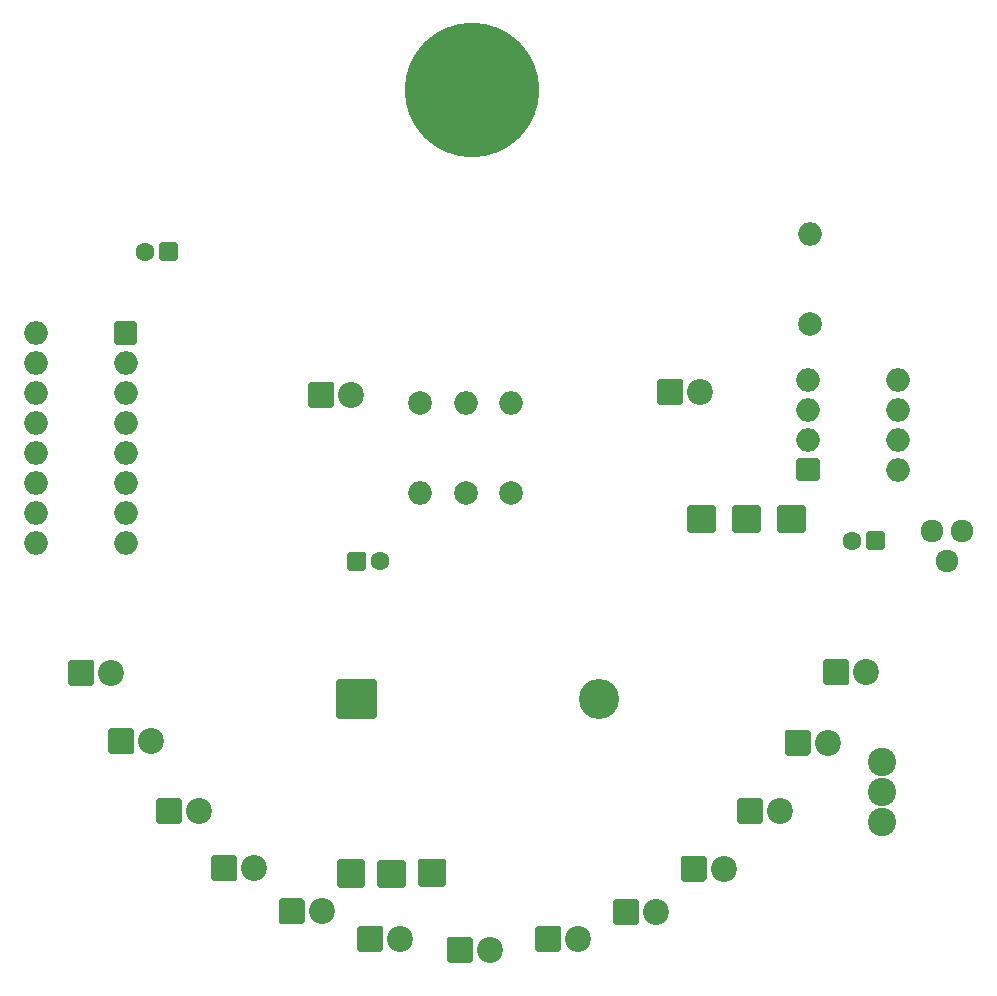
<source format=gbr>
%TF.GenerationSoftware,KiCad,Pcbnew,(5.1.9)-1*%
%TF.CreationDate,2021-04-30T09:58:52+02:00*%
%TF.ProjectId,Smiley2,536d696c-6579-4322-9e6b-696361645f70,rev?*%
%TF.SameCoordinates,Original*%
%TF.FileFunction,Soldermask,Bot*%
%TF.FilePolarity,Negative*%
%FSLAX46Y46*%
G04 Gerber Fmt 4.6, Leading zero omitted, Abs format (unit mm)*
G04 Created by KiCad (PCBNEW (5.1.9)-1) date 2021-04-30 09:58:52*
%MOMM*%
%LPD*%
G01*
G04 APERTURE LIST*
%ADD10C,11.400000*%
%ADD11C,1.600000*%
%ADD12C,2.200000*%
%ADD13O,2.000000X2.000000*%
%ADD14C,2.000000*%
%ADD15C,2.400000*%
%ADD16C,3.400000*%
%ADD17C,1.924000*%
G04 APERTURE END LIST*
D10*
%TO.C,LP*%
X170000Y39940000D03*
%TD*%
%TO.C,C1*%
G36*
G01*
X35172000Y2408500D02*
X35172000Y1208500D01*
G75*
G02*
X34972000Y1008500I-200000J0D01*
G01*
X33772000Y1008500D01*
G75*
G02*
X33572000Y1208500I0J200000D01*
G01*
X33572000Y2408500D01*
G75*
G02*
X33772000Y2608500I200000J0D01*
G01*
X34972000Y2608500D01*
G75*
G02*
X35172000Y2408500I0J-200000D01*
G01*
G37*
D11*
X32372000Y1808500D03*
%TD*%
%TO.C,C2*%
G36*
G01*
X-10370000Y-506000D02*
X-10370000Y694000D01*
G75*
G02*
X-10170000Y894000I200000J0D01*
G01*
X-8970000Y894000D01*
G75*
G02*
X-8770000Y694000I0J-200000D01*
G01*
X-8770000Y-506000D01*
G75*
G02*
X-8970000Y-706000I-200000J0D01*
G01*
X-10170000Y-706000D01*
G75*
G02*
X-10370000Y-506000I0J200000D01*
G01*
G37*
X-7570000Y94000D03*
%TD*%
%TO.C,C3*%
X-27480000Y26300000D03*
G36*
G01*
X-24680000Y26900000D02*
X-24680000Y25700000D01*
G75*
G02*
X-24880000Y25500000I-200000J0D01*
G01*
X-26080000Y25500000D01*
G75*
G02*
X-26280000Y25700000I0J200000D01*
G01*
X-26280000Y26900000D01*
G75*
G02*
X-26080000Y27100000I200000J0D01*
G01*
X-24880000Y27100000D01*
G75*
G02*
X-24680000Y26900000I0J-200000D01*
G01*
G37*
%TD*%
%TO.C,D1*%
G36*
G01*
X-1950000Y-33720000D02*
X-1950000Y-31920000D01*
G75*
G02*
X-1750000Y-31720000I200000J0D01*
G01*
X50000Y-31720000D01*
G75*
G02*
X250000Y-31920000I0J-200000D01*
G01*
X250000Y-33720000D01*
G75*
G02*
X50000Y-33920000I-200000J0D01*
G01*
X-1750000Y-33920000D01*
G75*
G02*
X-1950000Y-33720000I0J200000D01*
G01*
G37*
D12*
X1690000Y-32820000D03*
%TD*%
%TO.C,D2*%
X9180000Y-31870000D03*
G36*
G01*
X5540000Y-32770000D02*
X5540000Y-30970000D01*
G75*
G02*
X5740000Y-30770000I200000J0D01*
G01*
X7540000Y-30770000D01*
G75*
G02*
X7740000Y-30970000I0J-200000D01*
G01*
X7740000Y-32770000D01*
G75*
G02*
X7540000Y-32970000I-200000J0D01*
G01*
X5740000Y-32970000D01*
G75*
G02*
X5540000Y-32770000I0J200000D01*
G01*
G37*
%TD*%
%TO.C,D3*%
X15770000Y-29610000D03*
G36*
G01*
X12130000Y-30510000D02*
X12130000Y-28710000D01*
G75*
G02*
X12330000Y-28510000I200000J0D01*
G01*
X14130000Y-28510000D01*
G75*
G02*
X14330000Y-28710000I0J-200000D01*
G01*
X14330000Y-30510000D01*
G75*
G02*
X14130000Y-30710000I-200000J0D01*
G01*
X12330000Y-30710000D01*
G75*
G02*
X12130000Y-30510000I0J200000D01*
G01*
G37*
%TD*%
%TO.C,D4*%
X21500000Y-25960000D03*
G36*
G01*
X17860000Y-26860000D02*
X17860000Y-25060000D01*
G75*
G02*
X18060000Y-24860000I200000J0D01*
G01*
X19860000Y-24860000D01*
G75*
G02*
X20060000Y-25060000I0J-200000D01*
G01*
X20060000Y-26860000D01*
G75*
G02*
X19860000Y-27060000I-200000J0D01*
G01*
X18060000Y-27060000D01*
G75*
G02*
X17860000Y-26860000I0J200000D01*
G01*
G37*
%TD*%
%TO.C,D5*%
G36*
G01*
X22640000Y-21980000D02*
X22640000Y-20180000D01*
G75*
G02*
X22840000Y-19980000I200000J0D01*
G01*
X24640000Y-19980000D01*
G75*
G02*
X24840000Y-20180000I0J-200000D01*
G01*
X24840000Y-21980000D01*
G75*
G02*
X24640000Y-22180000I-200000J0D01*
G01*
X22840000Y-22180000D01*
G75*
G02*
X22640000Y-21980000I0J200000D01*
G01*
G37*
X26280000Y-21080000D03*
%TD*%
%TO.C,D6*%
G36*
G01*
X26668000Y-16173000D02*
X26668000Y-14373000D01*
G75*
G02*
X26868000Y-14173000I200000J0D01*
G01*
X28668000Y-14173000D01*
G75*
G02*
X28868000Y-14373000I0J-200000D01*
G01*
X28868000Y-16173000D01*
G75*
G02*
X28668000Y-16373000I-200000J0D01*
G01*
X26868000Y-16373000D01*
G75*
G02*
X26668000Y-16173000I0J200000D01*
G01*
G37*
X30308000Y-15273000D03*
%TD*%
%TO.C,D7*%
X33590000Y-9304000D03*
G36*
G01*
X29950000Y-10204000D02*
X29950000Y-8404000D01*
G75*
G02*
X30150000Y-8204000I200000J0D01*
G01*
X31950000Y-8204000D01*
G75*
G02*
X32150000Y-8404000I0J-200000D01*
G01*
X32150000Y-10204000D01*
G75*
G02*
X31950000Y-10404000I-200000J0D01*
G01*
X30150000Y-10404000D01*
G75*
G02*
X29950000Y-10204000I0J200000D01*
G01*
G37*
%TD*%
%TO.C,D8*%
X19513000Y14445000D03*
G36*
G01*
X15873000Y13545000D02*
X15873000Y15345000D01*
G75*
G02*
X16073000Y15545000I200000J0D01*
G01*
X17873000Y15545000D01*
G75*
G02*
X18073000Y15345000I0J-200000D01*
G01*
X18073000Y13545000D01*
G75*
G02*
X17873000Y13345000I-200000J0D01*
G01*
X16073000Y13345000D01*
G75*
G02*
X15873000Y13545000I0J200000D01*
G01*
G37*
%TD*%
%TO.C,D22*%
G36*
G01*
X-9530000Y-32770000D02*
X-9530000Y-30970000D01*
G75*
G02*
X-9330000Y-30770000I200000J0D01*
G01*
X-7530000Y-30770000D01*
G75*
G02*
X-7330000Y-30970000I0J-200000D01*
G01*
X-7330000Y-32770000D01*
G75*
G02*
X-7530000Y-32970000I-200000J0D01*
G01*
X-9330000Y-32970000D01*
G75*
G02*
X-9530000Y-32770000I0J200000D01*
G01*
G37*
X-5890000Y-31870000D03*
%TD*%
%TO.C,D33*%
G36*
G01*
X-16170000Y-30470000D02*
X-16170000Y-28670000D01*
G75*
G02*
X-15970000Y-28470000I200000J0D01*
G01*
X-14170000Y-28470000D01*
G75*
G02*
X-13970000Y-28670000I0J-200000D01*
G01*
X-13970000Y-30470000D01*
G75*
G02*
X-14170000Y-30670000I-200000J0D01*
G01*
X-15970000Y-30670000D01*
G75*
G02*
X-16170000Y-30470000I0J200000D01*
G01*
G37*
X-12530000Y-29570000D03*
%TD*%
%TO.C,D44*%
G36*
G01*
X-21860000Y-26810000D02*
X-21860000Y-25010000D01*
G75*
G02*
X-21660000Y-24810000I200000J0D01*
G01*
X-19860000Y-24810000D01*
G75*
G02*
X-19660000Y-25010000I0J-200000D01*
G01*
X-19660000Y-26810000D01*
G75*
G02*
X-19860000Y-27010000I-200000J0D01*
G01*
X-21660000Y-27010000D01*
G75*
G02*
X-21860000Y-26810000I0J200000D01*
G01*
G37*
X-18220000Y-25910000D03*
%TD*%
%TO.C,D55*%
X-22910000Y-21080000D03*
G36*
G01*
X-26550000Y-21980000D02*
X-26550000Y-20180000D01*
G75*
G02*
X-26350000Y-19980000I200000J0D01*
G01*
X-24550000Y-19980000D01*
G75*
G02*
X-24350000Y-20180000I0J-200000D01*
G01*
X-24350000Y-21980000D01*
G75*
G02*
X-24550000Y-22180000I-200000J0D01*
G01*
X-26350000Y-22180000D01*
G75*
G02*
X-26550000Y-21980000I0J200000D01*
G01*
G37*
%TD*%
%TO.C,D66*%
X-26970000Y-15170000D03*
G36*
G01*
X-30610000Y-16070000D02*
X-30610000Y-14270000D01*
G75*
G02*
X-30410000Y-14070000I200000J0D01*
G01*
X-28610000Y-14070000D01*
G75*
G02*
X-28410000Y-14270000I0J-200000D01*
G01*
X-28410000Y-16070000D01*
G75*
G02*
X-28610000Y-16270000I-200000J0D01*
G01*
X-30410000Y-16270000D01*
G75*
G02*
X-30610000Y-16070000I0J200000D01*
G01*
G37*
%TD*%
%TO.C,D77*%
G36*
G01*
X-34000000Y-10250000D02*
X-34000000Y-8450000D01*
G75*
G02*
X-33800000Y-8250000I200000J0D01*
G01*
X-32000000Y-8250000D01*
G75*
G02*
X-31800000Y-8450000I0J-200000D01*
G01*
X-31800000Y-10250000D01*
G75*
G02*
X-32000000Y-10450000I-200000J0D01*
G01*
X-33800000Y-10450000D01*
G75*
G02*
X-34000000Y-10250000I0J200000D01*
G01*
G37*
X-30360000Y-9350000D03*
%TD*%
%TO.C,D88*%
G36*
G01*
X-13660000Y13280000D02*
X-13660000Y15080000D01*
G75*
G02*
X-13460000Y15280000I200000J0D01*
G01*
X-11660000Y15280000D01*
G75*
G02*
X-11460000Y15080000I0J-200000D01*
G01*
X-11460000Y13280000D01*
G75*
G02*
X-11660000Y13080000I-200000J0D01*
G01*
X-13460000Y13080000D01*
G75*
G02*
X-13660000Y13280000I0J200000D01*
G01*
G37*
X-10020000Y14180000D03*
%TD*%
D13*
%TO.C,R1*%
X28784000Y27780000D03*
D14*
X28784000Y20160000D03*
%TD*%
D13*
%TO.C,R2*%
X-4200000Y5840000D03*
D14*
X-4200000Y13460000D03*
%TD*%
%TO.C,R3*%
X3511000Y5872500D03*
D13*
X3511000Y13492500D03*
%TD*%
D14*
%TO.C,R4*%
X-299000Y5872500D03*
D13*
X-299000Y13492500D03*
%TD*%
D15*
%TO.C,S1*%
X34880000Y-21980000D03*
X34880000Y-19440000D03*
X34880000Y-16900000D03*
%TD*%
D16*
%TO.C,U1*%
X10920000Y-11590000D03*
G36*
G01*
X-11270000Y-13090000D02*
X-11270000Y-10090000D01*
G75*
G02*
X-11070000Y-9890000I200000J0D01*
G01*
X-8070000Y-9890000D01*
G75*
G02*
X-7870000Y-10090000I0J-200000D01*
G01*
X-7870000Y-13090000D01*
G75*
G02*
X-8070000Y-13290000I-200000J0D01*
G01*
X-11070000Y-13290000D01*
G75*
G02*
X-11270000Y-13090000I0J200000D01*
G01*
G37*
%TD*%
%TO.C,U2*%
G36*
G01*
X27657000Y7041000D02*
X27657000Y8641000D01*
G75*
G02*
X27857000Y8841000I200000J0D01*
G01*
X29457000Y8841000D01*
G75*
G02*
X29657000Y8641000I0J-200000D01*
G01*
X29657000Y7041000D01*
G75*
G02*
X29457000Y6841000I-200000J0D01*
G01*
X27857000Y6841000D01*
G75*
G02*
X27657000Y7041000I0J200000D01*
G01*
G37*
D13*
X36277000Y15461000D03*
X28657000Y10381000D03*
X36277000Y12921000D03*
X28657000Y12921000D03*
X36277000Y10381000D03*
X28657000Y15461000D03*
X36277000Y7841000D03*
%TD*%
%TO.C,U3*%
G36*
G01*
X-28128000Y20198000D02*
X-28128000Y18598000D01*
G75*
G02*
X-28328000Y18398000I-200000J0D01*
G01*
X-29928000Y18398000D01*
G75*
G02*
X-30128000Y18598000I0J200000D01*
G01*
X-30128000Y20198000D01*
G75*
G02*
X-29928000Y20398000I200000J0D01*
G01*
X-28328000Y20398000D01*
G75*
G02*
X-28128000Y20198000I0J-200000D01*
G01*
G37*
X-36748000Y1618000D03*
X-29128000Y16858000D03*
X-36748000Y4158000D03*
X-29128000Y14318000D03*
X-36748000Y6698000D03*
X-29128000Y11778000D03*
X-36748000Y9238000D03*
X-29128000Y9238000D03*
X-36748000Y11778000D03*
X-29128000Y6698000D03*
X-36748000Y14318000D03*
X-29128000Y4158000D03*
X-36748000Y16858000D03*
X-29128000Y1618000D03*
X-36748000Y19398000D03*
%TD*%
%TO.C,U4*%
G36*
G01*
X18440000Y2650000D02*
X18440000Y4650000D01*
G75*
G02*
X18640000Y4850000I200000J0D01*
G01*
X20640000Y4850000D01*
G75*
G02*
X20840000Y4650000I0J-200000D01*
G01*
X20840000Y2650000D01*
G75*
G02*
X20640000Y2450000I-200000J0D01*
G01*
X18640000Y2450000D01*
G75*
G02*
X18440000Y2650000I0J200000D01*
G01*
G37*
%TD*%
%TO.C,U5*%
G36*
G01*
X26060000Y2650000D02*
X26060000Y4650000D01*
G75*
G02*
X26260000Y4850000I200000J0D01*
G01*
X28260000Y4850000D01*
G75*
G02*
X28460000Y4650000I0J-200000D01*
G01*
X28460000Y2650000D01*
G75*
G02*
X28260000Y2450000I-200000J0D01*
G01*
X26260000Y2450000D01*
G75*
G02*
X26060000Y2650000I0J200000D01*
G01*
G37*
%TD*%
%TO.C,U6*%
G36*
G01*
X22250000Y2650000D02*
X22250000Y4650000D01*
G75*
G02*
X22450000Y4850000I200000J0D01*
G01*
X24450000Y4850000D01*
G75*
G02*
X24650000Y4650000I0J-200000D01*
G01*
X24650000Y2650000D01*
G75*
G02*
X24450000Y2450000I-200000J0D01*
G01*
X22450000Y2450000D01*
G75*
G02*
X22250000Y2650000I0J200000D01*
G01*
G37*
%TD*%
%TO.C,U7*%
G36*
G01*
X-7800000Y-27400000D02*
X-7800000Y-25400000D01*
G75*
G02*
X-7600000Y-25200000I200000J0D01*
G01*
X-5600000Y-25200000D01*
G75*
G02*
X-5400000Y-25400000I0J-200000D01*
G01*
X-5400000Y-27400000D01*
G75*
G02*
X-5600000Y-27600000I-200000J0D01*
G01*
X-7600000Y-27600000D01*
G75*
G02*
X-7800000Y-27400000I0J200000D01*
G01*
G37*
%TD*%
%TO.C,U8*%
G36*
G01*
X-11240000Y-27350000D02*
X-11240000Y-25350000D01*
G75*
G02*
X-11040000Y-25150000I200000J0D01*
G01*
X-9040000Y-25150000D01*
G75*
G02*
X-8840000Y-25350000I0J-200000D01*
G01*
X-8840000Y-27350000D01*
G75*
G02*
X-9040000Y-27550000I-200000J0D01*
G01*
X-11040000Y-27550000D01*
G75*
G02*
X-11240000Y-27350000I0J200000D01*
G01*
G37*
%TD*%
%TO.C,U9*%
G36*
G01*
X-4370000Y-27290000D02*
X-4370000Y-25290000D01*
G75*
G02*
X-4170000Y-25090000I200000J0D01*
G01*
X-2170000Y-25090000D01*
G75*
G02*
X-1970000Y-25290000I0J-200000D01*
G01*
X-1970000Y-27290000D01*
G75*
G02*
X-2170000Y-27490000I-200000J0D01*
G01*
X-4170000Y-27490000D01*
G75*
G02*
X-4370000Y-27290000I0J200000D01*
G01*
G37*
%TD*%
D17*
%TO.C,P1*%
X41710000Y2660000D03*
X39170000Y2660000D03*
X40440000Y120000D03*
%TD*%
M02*

</source>
